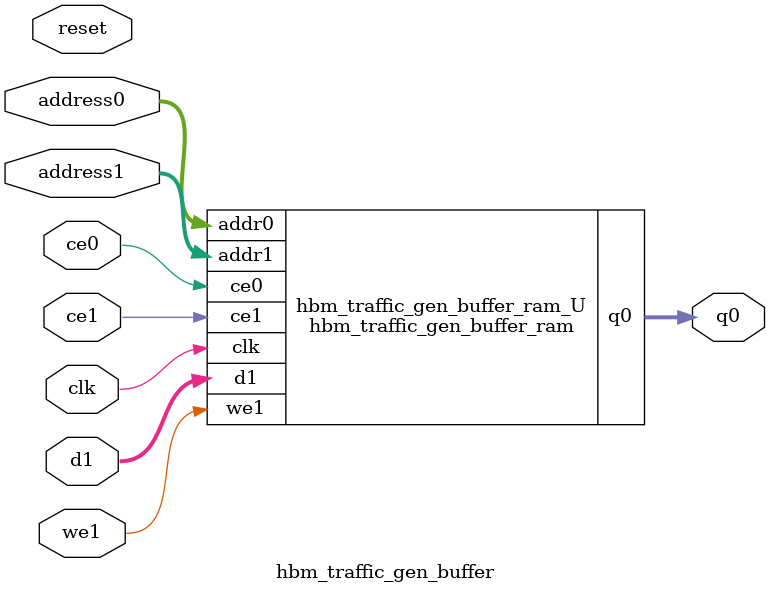
<source format=v>
`timescale 1 ns / 1 ps
module hbm_traffic_gen_buffer_ram (addr0, ce0, q0, addr1, ce1, d1, we1,  clk);

parameter DWIDTH = 256;
parameter AWIDTH = 10;
parameter MEM_SIZE = 1024;

input[AWIDTH-1:0] addr0;
input ce0;
output reg[DWIDTH-1:0] q0;
input[AWIDTH-1:0] addr1;
input ce1;
input[DWIDTH-1:0] d1;
input we1;
input clk;

(* ram_style = "hls_ultra", cascade_height = 1 *)reg [DWIDTH-1:0] ram[0:MEM_SIZE-1];




always @(posedge clk)  
begin 
    if (ce0) begin
        q0 <= ram[addr0];
    end
end


always @(posedge clk)  
begin 
    if (ce1) begin
        if (we1) 
            ram[addr1] <= d1; 
    end
end


endmodule

`timescale 1 ns / 1 ps
module hbm_traffic_gen_buffer(
    reset,
    clk,
    address0,
    ce0,
    q0,
    address1,
    ce1,
    we1,
    d1);

parameter DataWidth = 32'd256;
parameter AddressRange = 32'd1024;
parameter AddressWidth = 32'd10;
input reset;
input clk;
input[AddressWidth - 1:0] address0;
input ce0;
output[DataWidth - 1:0] q0;
input[AddressWidth - 1:0] address1;
input ce1;
input we1;
input[DataWidth - 1:0] d1;



hbm_traffic_gen_buffer_ram hbm_traffic_gen_buffer_ram_U(
    .clk( clk ),
    .addr0( address0 ),
    .ce0( ce0 ),
    .q0( q0 ),
    .addr1( address1 ),
    .ce1( ce1 ),
    .we1( we1 ),
    .d1( d1 ));

endmodule


</source>
